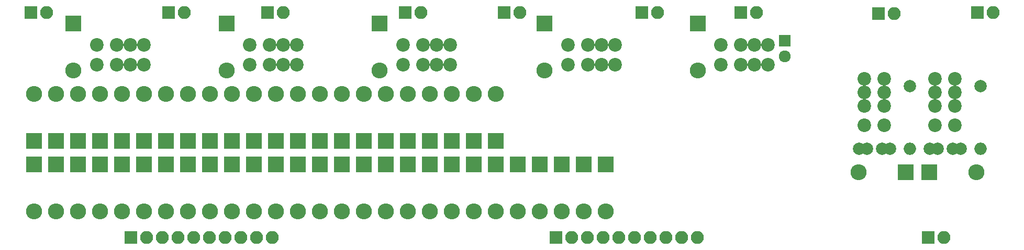
<source format=gbs>
G04 #@! TF.FileFunction,Soldermask,Bot*
%FSLAX46Y46*%
G04 Gerber Fmt 4.6, Leading zero omitted, Abs format (unit mm)*
G04 Created by KiCad (PCBNEW 4.0.4+e1-6308~48~ubuntu16.04.1-stable) date Mon Jan 22 21:19:12 2018*
%MOMM*%
%LPD*%
G01*
G04 APERTURE LIST*
%ADD10C,0.100000*%
%ADD11C,2.000000*%
%ADD12O,2.000000X2.000000*%
%ADD13R,2.600000X2.600000*%
%ADD14O,2.600000X2.600000*%
%ADD15R,2.100000X2.100000*%
%ADD16O,2.100000X2.100000*%
%ADD17R,1.924000X1.924000*%
%ADD18C,1.924000*%
%ADD19C,2.200000*%
G04 APERTURE END LIST*
D10*
D11*
X245745000Y-115570000D03*
D12*
X245745000Y-125730000D03*
D11*
X257175000Y-115570000D03*
D12*
X257175000Y-125730000D03*
D11*
X241320000Y-125730000D03*
X238820000Y-125730000D03*
X242570000Y-125730000D03*
X237570000Y-125730000D03*
X252750000Y-125730000D03*
X250250000Y-125730000D03*
X254000000Y-125730000D03*
X249000000Y-125730000D03*
D13*
X245110000Y-129540000D03*
D14*
X237490000Y-129540000D03*
D13*
X248920000Y-129540000D03*
D14*
X256540000Y-129540000D03*
D13*
X110490000Y-105410000D03*
D14*
X110490000Y-113030000D03*
D13*
X186690000Y-105410000D03*
D14*
X186690000Y-113030000D03*
D13*
X211455000Y-105410000D03*
D14*
X211455000Y-113030000D03*
D13*
X104140000Y-128270000D03*
D14*
X104140000Y-135890000D03*
D13*
X104140000Y-124460000D03*
D14*
X104140000Y-116840000D03*
D13*
X107696000Y-128270000D03*
D14*
X107696000Y-135890000D03*
D13*
X107696000Y-124460000D03*
D14*
X107696000Y-116840000D03*
D13*
X111252000Y-128270000D03*
D14*
X111252000Y-135890000D03*
D13*
X111252000Y-124460000D03*
D14*
X111252000Y-116840000D03*
D13*
X135255000Y-105410000D03*
D14*
X135255000Y-113030000D03*
D13*
X114808000Y-128270000D03*
D14*
X114808000Y-135890000D03*
D13*
X114808000Y-124460000D03*
D14*
X114808000Y-116840000D03*
D13*
X118364000Y-128270000D03*
D14*
X118364000Y-135890000D03*
D13*
X118364000Y-124460000D03*
D14*
X118364000Y-116840000D03*
D13*
X121920000Y-128270000D03*
D14*
X121920000Y-135890000D03*
D13*
X121920000Y-124460000D03*
D14*
X121920000Y-116840000D03*
D13*
X125476000Y-128270000D03*
D14*
X125476000Y-135890000D03*
D13*
X125476000Y-124460000D03*
D14*
X125476000Y-116840000D03*
D13*
X129032000Y-128270000D03*
D14*
X129032000Y-135890000D03*
D13*
X129032000Y-124460000D03*
D14*
X129032000Y-116840000D03*
D13*
X160020000Y-105410000D03*
D14*
X160020000Y-113030000D03*
D13*
X132588000Y-128270000D03*
D14*
X132588000Y-135890000D03*
D13*
X132588000Y-124460000D03*
D14*
X132588000Y-116840000D03*
D13*
X136144000Y-128270000D03*
D14*
X136144000Y-135890000D03*
D13*
X136144000Y-124460000D03*
D14*
X136144000Y-116840000D03*
D13*
X139700000Y-128270000D03*
D14*
X139700000Y-135890000D03*
D13*
X139700000Y-124460000D03*
D14*
X139700000Y-116840000D03*
D13*
X143256000Y-128270000D03*
D14*
X143256000Y-135890000D03*
D13*
X143256000Y-124460000D03*
D14*
X143256000Y-116840000D03*
D13*
X146812000Y-128270000D03*
D14*
X146812000Y-135890000D03*
D13*
X146812000Y-124460000D03*
D14*
X146812000Y-116840000D03*
D13*
X150368000Y-128270000D03*
D14*
X150368000Y-135890000D03*
D13*
X150368000Y-124460000D03*
D14*
X150368000Y-116840000D03*
D13*
X153924000Y-128270000D03*
D14*
X153924000Y-135890000D03*
D13*
X153924000Y-124460000D03*
D14*
X153924000Y-116840000D03*
D13*
X157480000Y-128270000D03*
D14*
X157480000Y-135890000D03*
D13*
X157480000Y-124460000D03*
D14*
X157480000Y-116840000D03*
D13*
X161036000Y-128270000D03*
D14*
X161036000Y-135890000D03*
D13*
X161036000Y-124460000D03*
D14*
X161036000Y-116840000D03*
D13*
X164592000Y-128270000D03*
D14*
X164592000Y-135890000D03*
D13*
X164592000Y-124460000D03*
D14*
X164592000Y-116840000D03*
D13*
X168148000Y-128270000D03*
D14*
X168148000Y-135890000D03*
D13*
X168148000Y-124460000D03*
D14*
X168148000Y-116840000D03*
D13*
X171704000Y-128270000D03*
D14*
X171704000Y-135890000D03*
D13*
X171704000Y-124460000D03*
D14*
X171704000Y-116840000D03*
D13*
X175260000Y-128270000D03*
D14*
X175260000Y-135890000D03*
D13*
X175260000Y-124460000D03*
D14*
X175260000Y-116840000D03*
D13*
X178816000Y-128270000D03*
D14*
X178816000Y-135890000D03*
D13*
X178816000Y-124460000D03*
D14*
X178816000Y-116840000D03*
D13*
X182372000Y-128270000D03*
D14*
X182372000Y-135890000D03*
D13*
X185928000Y-128270000D03*
D14*
X185928000Y-135890000D03*
D13*
X189484000Y-128270000D03*
D14*
X189484000Y-135890000D03*
D13*
X193040000Y-128270000D03*
D14*
X193040000Y-135890000D03*
D13*
X196596000Y-128270000D03*
D14*
X196596000Y-135890000D03*
D15*
X103620000Y-103620000D03*
D16*
X106160000Y-103620000D03*
D15*
X141900000Y-103620000D03*
D16*
X144440000Y-103620000D03*
D15*
X180180000Y-103620000D03*
D16*
X182720000Y-103620000D03*
D15*
X218460000Y-103620000D03*
D16*
X221000000Y-103620000D03*
D15*
X125870000Y-103620000D03*
D16*
X128410000Y-103620000D03*
D15*
X164150000Y-103620000D03*
D16*
X166690000Y-103620000D03*
D15*
X202430000Y-103620000D03*
D16*
X204970000Y-103620000D03*
D15*
X188570000Y-140130000D03*
D16*
X191110000Y-140130000D03*
X193650000Y-140130000D03*
X196190000Y-140130000D03*
X198730000Y-140130000D03*
X201270000Y-140130000D03*
X203810000Y-140130000D03*
X206350000Y-140130000D03*
X208890000Y-140130000D03*
X211430000Y-140130000D03*
D15*
X119820000Y-140130000D03*
D16*
X122360000Y-140130000D03*
X124900000Y-140130000D03*
X127440000Y-140130000D03*
X129980000Y-140130000D03*
X132520000Y-140130000D03*
X135060000Y-140130000D03*
X137600000Y-140130000D03*
X140140000Y-140130000D03*
X142680000Y-140130000D03*
D15*
X256740000Y-103620000D03*
D16*
X259280000Y-103620000D03*
D15*
X248730000Y-140130000D03*
D16*
X251270000Y-140130000D03*
D15*
X240710000Y-103759000D03*
D16*
X243250000Y-103759000D03*
D17*
X225552000Y-108204000D03*
D18*
X225552000Y-110744000D03*
D19*
X163805000Y-112090000D03*
X167005000Y-112090000D03*
X169205000Y-112090000D03*
X171405000Y-112090000D03*
X171405000Y-108890000D03*
X169205000Y-108890000D03*
X167005000Y-108890000D03*
X163805000Y-108890000D03*
X114275000Y-112090000D03*
X117475000Y-112090000D03*
X119675000Y-112090000D03*
X121875000Y-112090000D03*
X121875000Y-108890000D03*
X119675000Y-108890000D03*
X117475000Y-108890000D03*
X114275000Y-108890000D03*
X215240000Y-112090000D03*
X218440000Y-112090000D03*
X220640000Y-112090000D03*
X222840000Y-112090000D03*
X222840000Y-108890000D03*
X220640000Y-108890000D03*
X218440000Y-108890000D03*
X215240000Y-108890000D03*
X190475000Y-112090000D03*
X193675000Y-112090000D03*
X195875000Y-112090000D03*
X198075000Y-112090000D03*
X198075000Y-108890000D03*
X195875000Y-108890000D03*
X193675000Y-108890000D03*
X190475000Y-108890000D03*
X139040000Y-112090000D03*
X142240000Y-112090000D03*
X144440000Y-112090000D03*
X146640000Y-112090000D03*
X146640000Y-108890000D03*
X144440000Y-108890000D03*
X142240000Y-108890000D03*
X139040000Y-108890000D03*
X253060000Y-121945000D03*
X253060000Y-118745000D03*
X253060000Y-116545000D03*
X253060000Y-114345000D03*
X249860000Y-114345000D03*
X249860000Y-116545000D03*
X249860000Y-118745000D03*
X249860000Y-121945000D03*
X241630000Y-121945000D03*
X241630000Y-118745000D03*
X241630000Y-116545000D03*
X241630000Y-114345000D03*
X238430000Y-114345000D03*
X238430000Y-116545000D03*
X238430000Y-118745000D03*
X238430000Y-121945000D03*
M02*

</source>
